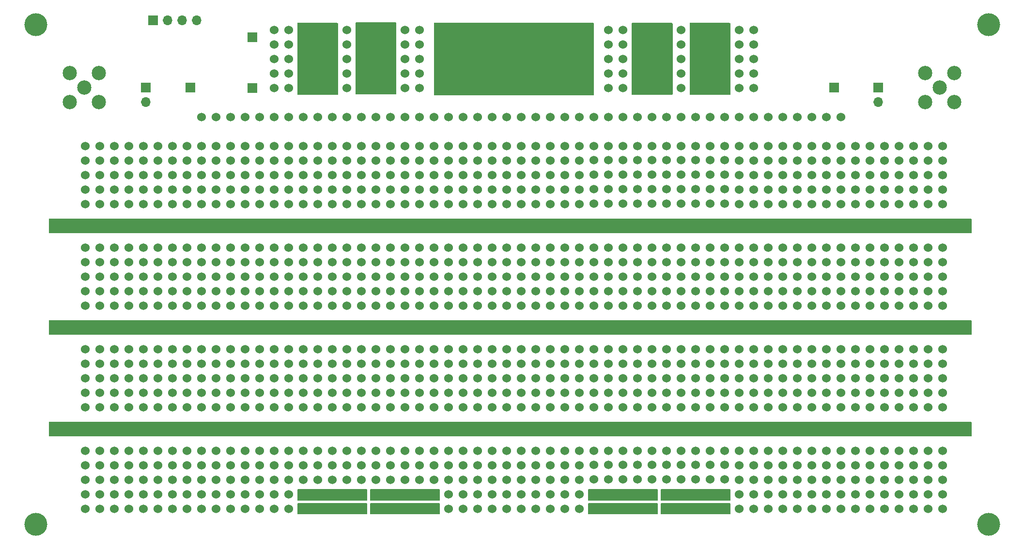
<source format=gbr>
%TF.GenerationSoftware,KiCad,Pcbnew,6.0.11-2627ca5db0~126~ubuntu22.04.1*%
%TF.CreationDate,2023-03-26T13:10:57+01:00*%
%TF.ProjectId,PROTO2_PCB,50524f54-4f32-45f5-9043-422e6b696361,rev?*%
%TF.SameCoordinates,Original*%
%TF.FileFunction,Soldermask,Top*%
%TF.FilePolarity,Negative*%
%FSLAX46Y46*%
G04 Gerber Fmt 4.6, Leading zero omitted, Abs format (unit mm)*
G04 Created by KiCad (PCBNEW 6.0.11-2627ca5db0~126~ubuntu22.04.1) date 2023-03-26 13:10:57*
%MOMM*%
%LPD*%
G01*
G04 APERTURE LIST*
%ADD10C,0.150000*%
%ADD11C,1.524000*%
%ADD12C,4.000000*%
%ADD13R,1.700000X1.700000*%
%ADD14O,1.700000X1.700000*%
%ADD15C,2.500000*%
G04 APERTURE END LIST*
D10*
G36*
X133000000Y-140700000D02*
G01*
X121000000Y-140700000D01*
X121000000Y-138900000D01*
X133000000Y-138900000D01*
X133000000Y-140700000D01*
G37*
X133000000Y-140700000D02*
X121000000Y-140700000D01*
X121000000Y-138900000D01*
X133000000Y-138900000D01*
X133000000Y-140700000D01*
G36*
X183800000Y-140700000D02*
G01*
X171800000Y-140700000D01*
X171800000Y-138900000D01*
X183800000Y-138900000D01*
X183800000Y-140700000D01*
G37*
X183800000Y-140700000D02*
X171800000Y-140700000D01*
X171800000Y-138900000D01*
X183800000Y-138900000D01*
X183800000Y-140700000D01*
G36*
X120300000Y-143100000D02*
G01*
X108300000Y-143100000D01*
X108300000Y-141300000D01*
X120300000Y-141300000D01*
X120300000Y-143100000D01*
G37*
X120300000Y-143100000D02*
X108300000Y-143100000D01*
X108300000Y-141300000D01*
X120300000Y-141300000D01*
X120300000Y-143100000D01*
G36*
X120300000Y-140700000D02*
G01*
X108300000Y-140700000D01*
X108300000Y-138900000D01*
X120300000Y-138900000D01*
X120300000Y-140700000D01*
G37*
X120300000Y-140700000D02*
X108300000Y-140700000D01*
X108300000Y-138900000D01*
X120300000Y-138900000D01*
X120300000Y-140700000D01*
G36*
X183800000Y-143100000D02*
G01*
X171800000Y-143100000D01*
X171800000Y-141300000D01*
X183800000Y-141300000D01*
X183800000Y-143100000D01*
G37*
X183800000Y-143100000D02*
X171800000Y-143100000D01*
X171800000Y-141300000D01*
X183800000Y-141300000D01*
X183800000Y-143100000D01*
G36*
X133000000Y-143100000D02*
G01*
X121000000Y-143100000D01*
X121000000Y-141300000D01*
X133000000Y-141300000D01*
X133000000Y-143100000D01*
G37*
X133000000Y-143100000D02*
X121000000Y-143100000D01*
X121000000Y-141300000D01*
X133000000Y-141300000D01*
X133000000Y-143100000D01*
G36*
X171100000Y-140700000D02*
G01*
X159100000Y-140700000D01*
X159100000Y-138900000D01*
X171100000Y-138900000D01*
X171100000Y-140700000D01*
G37*
X171100000Y-140700000D02*
X159100000Y-140700000D01*
X159100000Y-138900000D01*
X171100000Y-138900000D01*
X171100000Y-140700000D01*
G36*
X171100000Y-143100000D02*
G01*
X159100000Y-143100000D01*
X159100000Y-141300000D01*
X171100000Y-141300000D01*
X171100000Y-143100000D01*
G37*
X171100000Y-143100000D02*
X159100000Y-143100000D01*
X159100000Y-141300000D01*
X171100000Y-141300000D01*
X171100000Y-143100000D01*
D11*
%TO.C,REF\u002A\u002A*%
X165100000Y-58420000D03*
X165100000Y-60960000D03*
X165100000Y-63500000D03*
X165100000Y-66040000D03*
X165100000Y-68580000D03*
%TD*%
%TO.C,REF\u002A\u002A*%
X124460000Y-96520000D03*
X124460000Y-99060000D03*
X124460000Y-101600000D03*
X124460000Y-104140000D03*
X124460000Y-106680000D03*
%TD*%
D12*
%TO.C,H3*%
X62500000Y-145000000D03*
%TD*%
D11*
%TO.C,REF\u002A\u002A*%
X96520000Y-81280000D03*
X99060000Y-81280000D03*
X101600000Y-81280000D03*
X104140000Y-81280000D03*
X106680000Y-81280000D03*
%TD*%
%TO.C,REF\u002A\u002A*%
X147320000Y-137160000D03*
X149860000Y-137160000D03*
X152400000Y-137160000D03*
X154940000Y-137160000D03*
X157480000Y-137160000D03*
%TD*%
D13*
%TO.C,J7*%
X100330000Y-59690000D03*
%TD*%
D11*
%TO.C,REF\u002A\u002A*%
X71120000Y-83820000D03*
X73660000Y-83820000D03*
X76200000Y-83820000D03*
X78740000Y-83820000D03*
X81280000Y-83820000D03*
%TD*%
%TO.C,REF\u002A\u002A*%
X134620000Y-83820000D03*
X137160000Y-83820000D03*
X139700000Y-83820000D03*
X142240000Y-83820000D03*
X144780000Y-83820000D03*
%TD*%
%TO.C,REF\u002A\u002A*%
X210820000Y-81280000D03*
X213360000Y-81280000D03*
X215900000Y-81280000D03*
X218440000Y-81280000D03*
X220980000Y-81280000D03*
%TD*%
%TO.C,REF\u002A\u002A*%
X71120000Y-142240000D03*
X73660000Y-142240000D03*
X76200000Y-142240000D03*
X78740000Y-142240000D03*
X81280000Y-142240000D03*
%TD*%
%TO.C,REF\u002A\u002A*%
X121920000Y-134620000D03*
X124460000Y-134620000D03*
X127000000Y-134620000D03*
X129540000Y-134620000D03*
X132080000Y-134620000D03*
%TD*%
%TO.C,REF\u002A\u002A*%
X210820000Y-134620000D03*
X213360000Y-134620000D03*
X215900000Y-134620000D03*
X218440000Y-134620000D03*
X220980000Y-134620000D03*
%TD*%
%TO.C,REF\u002A\u002A*%
X185420000Y-58420000D03*
X185420000Y-60960000D03*
X185420000Y-63500000D03*
X185420000Y-66040000D03*
X185420000Y-68580000D03*
%TD*%
%TO.C,REF\u002A\u002A*%
X147320000Y-86360000D03*
X149860000Y-86360000D03*
X152400000Y-86360000D03*
X154940000Y-86360000D03*
X157480000Y-86360000D03*
%TD*%
%TO.C,REF\u002A\u002A*%
X83820000Y-83820000D03*
X86360000Y-83820000D03*
X88900000Y-83820000D03*
X91440000Y-83820000D03*
X93980000Y-83820000D03*
%TD*%
%TO.C,REF\u002A\u002A*%
X78740000Y-96520000D03*
X78740000Y-99060000D03*
X78740000Y-101600000D03*
X78740000Y-104140000D03*
X78740000Y-106680000D03*
%TD*%
%TO.C,REF\u002A\u002A*%
X175260000Y-96520000D03*
X175260000Y-99060000D03*
X175260000Y-101600000D03*
X175260000Y-104140000D03*
X175260000Y-106680000D03*
%TD*%
%TO.C,REF\u002A\u002A*%
X71120000Y-86360000D03*
X73660000Y-86360000D03*
X76200000Y-86360000D03*
X78740000Y-86360000D03*
X81280000Y-86360000D03*
%TD*%
%TO.C,REF\u002A\u002A*%
X182880000Y-96520000D03*
X182880000Y-99060000D03*
X182880000Y-101600000D03*
X182880000Y-104140000D03*
X182880000Y-106680000D03*
%TD*%
%TO.C,REF\u002A\u002A*%
X91440000Y-114300000D03*
X91440000Y-116840000D03*
X91440000Y-119380000D03*
X91440000Y-121920000D03*
X91440000Y-124460000D03*
%TD*%
%TO.C,REF\u002A\u002A*%
X71120000Y-134620000D03*
X73660000Y-134620000D03*
X76200000Y-134620000D03*
X78740000Y-134620000D03*
X81280000Y-134620000D03*
%TD*%
%TO.C,REF\u002A\u002A*%
X86360000Y-96520000D03*
X86360000Y-99060000D03*
X86360000Y-101600000D03*
X86360000Y-104140000D03*
X86360000Y-106680000D03*
%TD*%
%TO.C,REF\u002A\u002A*%
X127000000Y-114300000D03*
X127000000Y-116840000D03*
X127000000Y-119380000D03*
X127000000Y-121920000D03*
X127000000Y-124460000D03*
%TD*%
%TO.C,REF\u002A\u002A*%
X162560000Y-96520000D03*
X162560000Y-99060000D03*
X162560000Y-101600000D03*
X162560000Y-104140000D03*
X162560000Y-106680000D03*
%TD*%
%TO.C,REF\u002A\u002A*%
X134620000Y-142240000D03*
X137160000Y-142240000D03*
X139700000Y-142240000D03*
X142240000Y-142240000D03*
X144780000Y-142240000D03*
%TD*%
%TO.C,REF\u002A\u002A*%
X83820000Y-137160000D03*
X86360000Y-137160000D03*
X88900000Y-137160000D03*
X91440000Y-137160000D03*
X93980000Y-137160000D03*
%TD*%
%TO.C,REF\u002A\u002A*%
X76200000Y-96520000D03*
X76200000Y-99060000D03*
X76200000Y-101600000D03*
X76200000Y-104140000D03*
X76200000Y-106680000D03*
%TD*%
%TO.C,REF\u002A\u002A*%
X137160000Y-96520000D03*
X137160000Y-99060000D03*
X137160000Y-101600000D03*
X137160000Y-104140000D03*
X137160000Y-106680000D03*
%TD*%
%TO.C,REF\u002A\u002A*%
X147320000Y-132130000D03*
X149860000Y-132130000D03*
X152400000Y-132130000D03*
X154940000Y-132130000D03*
X157480000Y-132130000D03*
%TD*%
%TO.C,REF\u002A\u002A*%
X195580000Y-96520000D03*
X195580000Y-99060000D03*
X195580000Y-101600000D03*
X195580000Y-104140000D03*
X195580000Y-106680000D03*
%TD*%
%TO.C,REF\u002A\u002A*%
X172720000Y-134570000D03*
X175260000Y-134570000D03*
X177800000Y-134570000D03*
X180340000Y-134570000D03*
X182880000Y-134570000D03*
%TD*%
%TO.C,REF\u002A\u002A*%
X167640000Y-114300000D03*
X167640000Y-116840000D03*
X167640000Y-119380000D03*
X167640000Y-121920000D03*
X167640000Y-124460000D03*
%TD*%
%TO.C,REF\u002A\u002A*%
X134620000Y-137160000D03*
X137160000Y-137160000D03*
X139700000Y-137160000D03*
X142240000Y-137160000D03*
X144780000Y-137160000D03*
%TD*%
%TO.C,REF\u002A\u002A*%
X185420000Y-88900000D03*
X187960000Y-88900000D03*
X190500000Y-88900000D03*
X193040000Y-88900000D03*
X195580000Y-88900000D03*
%TD*%
%TO.C,REF\u002A\u002A*%
X99060000Y-96520000D03*
X99060000Y-99060000D03*
X99060000Y-101600000D03*
X99060000Y-104140000D03*
X99060000Y-106680000D03*
%TD*%
%TO.C,REF\u002A\u002A*%
X134620000Y-96520000D03*
X134620000Y-99060000D03*
X134620000Y-101600000D03*
X134620000Y-104140000D03*
X134620000Y-106680000D03*
%TD*%
%TO.C,REF\u002A\u002A*%
X185420000Y-83820000D03*
X187960000Y-83820000D03*
X190500000Y-83820000D03*
X193040000Y-83820000D03*
X195580000Y-83820000D03*
%TD*%
%TO.C,REF\u002A\u002A*%
X86360000Y-114300000D03*
X86360000Y-116840000D03*
X86360000Y-119380000D03*
X86360000Y-121920000D03*
X86360000Y-124460000D03*
%TD*%
%TO.C,REF\u002A\u002A*%
X157480000Y-114300000D03*
X157480000Y-116840000D03*
X157480000Y-119380000D03*
X157480000Y-121920000D03*
X157480000Y-124460000D03*
%TD*%
D13*
%TO.C,J2*%
X81750000Y-68500000D03*
D14*
X81750000Y-71040000D03*
%TD*%
D13*
%TO.C,J6*%
X100330000Y-68580000D03*
%TD*%
D11*
%TO.C,REF\u002A\u002A*%
X101600000Y-96520000D03*
X101600000Y-99060000D03*
X101600000Y-101600000D03*
X101600000Y-104140000D03*
X101600000Y-106680000D03*
%TD*%
%TO.C,REF\u002A\u002A*%
X215900000Y-114300000D03*
X215900000Y-116840000D03*
X215900000Y-119380000D03*
X215900000Y-121920000D03*
X215900000Y-124460000D03*
%TD*%
%TO.C,REF\u002A\u002A*%
X71120000Y-114300000D03*
X71120000Y-116840000D03*
X71120000Y-119380000D03*
X71120000Y-121920000D03*
X71120000Y-124460000D03*
%TD*%
%TO.C,REF\u002A\u002A*%
X198120000Y-132130000D03*
X200660000Y-132130000D03*
X203200000Y-132130000D03*
X205740000Y-132130000D03*
X208280000Y-132130000D03*
%TD*%
D15*
%TO.C,SM2*%
X220500000Y-68510000D03*
X217960000Y-71050000D03*
X223040000Y-65970000D03*
X217960000Y-65970000D03*
X223040000Y-71050000D03*
%TD*%
D11*
%TO.C,REF\u002A\u002A*%
X127000000Y-96520000D03*
X127000000Y-99060000D03*
X127000000Y-101600000D03*
X127000000Y-104140000D03*
X127000000Y-106680000D03*
%TD*%
%TO.C,REF\u002A\u002A*%
X109220000Y-114300000D03*
X109220000Y-116840000D03*
X109220000Y-119380000D03*
X109220000Y-121920000D03*
X109220000Y-124460000D03*
%TD*%
%TO.C,REF\u002A\u002A*%
X71120000Y-81280000D03*
X73660000Y-81280000D03*
X76200000Y-81280000D03*
X78740000Y-81280000D03*
X81280000Y-81280000D03*
%TD*%
%TO.C,REF\u002A\u002A*%
X134620000Y-78790000D03*
X137160000Y-78790000D03*
X139700000Y-78790000D03*
X142240000Y-78790000D03*
X144780000Y-78790000D03*
%TD*%
%TO.C,REF\u002A\u002A*%
X193040000Y-73660000D03*
X195580000Y-73660000D03*
X198120000Y-73660000D03*
X200660000Y-73660000D03*
X203200000Y-73660000D03*
%TD*%
%TO.C,REF\u002A\u002A*%
X129540000Y-58420000D03*
X129540000Y-60960000D03*
X129540000Y-63500000D03*
X129540000Y-66040000D03*
X129540000Y-68580000D03*
%TD*%
D13*
%TO.C,J1*%
X89500000Y-68500000D03*
%TD*%
D11*
%TO.C,REF\u002A\u002A*%
X147320000Y-114300000D03*
X147320000Y-116840000D03*
X147320000Y-119380000D03*
X147320000Y-121920000D03*
X147320000Y-124460000D03*
%TD*%
%TO.C,REF\u002A\u002A*%
X93980000Y-114300000D03*
X93980000Y-116840000D03*
X93980000Y-119380000D03*
X93980000Y-121920000D03*
X93980000Y-124460000D03*
%TD*%
%TO.C,REF\u002A\u002A*%
X213360000Y-96520000D03*
X213360000Y-99060000D03*
X213360000Y-101600000D03*
X213360000Y-104140000D03*
X213360000Y-106680000D03*
%TD*%
%TO.C,REF\u002A\u002A*%
X147320000Y-142240000D03*
X149860000Y-142240000D03*
X152400000Y-142240000D03*
X154940000Y-142240000D03*
X157480000Y-142240000D03*
%TD*%
%TO.C,REF\u002A\u002A*%
X147320000Y-78790000D03*
X149860000Y-78790000D03*
X152400000Y-78790000D03*
X154940000Y-78790000D03*
X157480000Y-78790000D03*
%TD*%
%TO.C,REF\u002A\u002A*%
X160020000Y-83770000D03*
X162560000Y-83770000D03*
X165100000Y-83770000D03*
X167640000Y-83770000D03*
X170180000Y-83770000D03*
%TD*%
%TO.C,REF\u002A\u002A*%
X134620000Y-88900000D03*
X137160000Y-88900000D03*
X139700000Y-88900000D03*
X142240000Y-88900000D03*
X144780000Y-88900000D03*
%TD*%
%TO.C,REF\u002A\u002A*%
X172720000Y-114300000D03*
X172720000Y-116840000D03*
X172720000Y-119380000D03*
X172720000Y-121920000D03*
X172720000Y-124460000D03*
%TD*%
%TO.C,REF\u002A\u002A*%
X172720000Y-96520000D03*
X172720000Y-99060000D03*
X172720000Y-101600000D03*
X172720000Y-104140000D03*
X172720000Y-106680000D03*
%TD*%
%TO.C,REF\u002A\u002A*%
X160020000Y-134570000D03*
X162560000Y-134570000D03*
X165100000Y-134570000D03*
X167640000Y-134570000D03*
X170180000Y-134570000D03*
%TD*%
%TO.C,REF\u002A\u002A*%
X76200000Y-114300000D03*
X76200000Y-116840000D03*
X76200000Y-119380000D03*
X76200000Y-121920000D03*
X76200000Y-124460000D03*
%TD*%
%TO.C,REF\u002A\u002A*%
X218440000Y-96520000D03*
X218440000Y-99060000D03*
X218440000Y-101600000D03*
X218440000Y-104140000D03*
X218440000Y-106680000D03*
%TD*%
%TO.C,REF\u002A\u002A*%
X83820000Y-134620000D03*
X86360000Y-134620000D03*
X88900000Y-134620000D03*
X91440000Y-134620000D03*
X93980000Y-134620000D03*
%TD*%
%TO.C,REF\u002A\u002A*%
X200660000Y-96520000D03*
X200660000Y-99060000D03*
X200660000Y-101600000D03*
X200660000Y-104140000D03*
X200660000Y-106680000D03*
%TD*%
%TO.C,REF\u002A\u002A*%
X127000000Y-58420000D03*
X127000000Y-60960000D03*
X127000000Y-63500000D03*
X127000000Y-66040000D03*
X127000000Y-68580000D03*
%TD*%
%TO.C,REF\u002A\u002A*%
X185420000Y-86360000D03*
X187960000Y-86360000D03*
X190500000Y-86360000D03*
X193040000Y-86360000D03*
X195580000Y-86360000D03*
%TD*%
%TO.C,REF\u002A\u002A*%
X165100000Y-96520000D03*
X165100000Y-99060000D03*
X165100000Y-101600000D03*
X165100000Y-104140000D03*
X165100000Y-106680000D03*
%TD*%
%TO.C,REF\u002A\u002A*%
X109220000Y-86360000D03*
X111760000Y-86360000D03*
X114300000Y-86360000D03*
X116840000Y-86360000D03*
X119380000Y-86360000D03*
%TD*%
%TO.C,REF\u002A\u002A*%
X205740000Y-96520000D03*
X205740000Y-99060000D03*
X205740000Y-101600000D03*
X205740000Y-104140000D03*
X205740000Y-106680000D03*
%TD*%
%TO.C,REF\u002A\u002A*%
X83820000Y-86360000D03*
X86360000Y-86360000D03*
X88900000Y-86360000D03*
X91440000Y-86360000D03*
X93980000Y-86360000D03*
%TD*%
%TO.C,REF\u002A\u002A*%
X160020000Y-86310000D03*
X162560000Y-86310000D03*
X165100000Y-86310000D03*
X167640000Y-86310000D03*
X170180000Y-86310000D03*
%TD*%
%TO.C,REF\u002A\u002A*%
X203200000Y-114300000D03*
X203200000Y-116840000D03*
X203200000Y-119380000D03*
X203200000Y-121920000D03*
X203200000Y-124460000D03*
%TD*%
%TO.C,REF\u002A\u002A*%
X147320000Y-139700000D03*
X149860000Y-139700000D03*
X152400000Y-139700000D03*
X154940000Y-139700000D03*
X157480000Y-139700000D03*
%TD*%
%TO.C,REF\u002A\u002A*%
X154940000Y-96520000D03*
X154940000Y-99060000D03*
X154940000Y-101600000D03*
X154940000Y-104140000D03*
X154940000Y-106680000D03*
%TD*%
%TO.C,REF\u002A\u002A*%
X116840000Y-73710000D03*
X119380000Y-73710000D03*
X121920000Y-73710000D03*
X124460000Y-73710000D03*
X127000000Y-73710000D03*
%TD*%
%TO.C,REF\u002A\u002A*%
X96520000Y-114300000D03*
X96520000Y-116840000D03*
X96520000Y-119380000D03*
X96520000Y-121920000D03*
X96520000Y-124460000D03*
%TD*%
D12*
%TO.C,H4*%
X229000000Y-145000000D03*
%TD*%
D11*
%TO.C,REF\u002A\u002A*%
X147320000Y-134620000D03*
X149860000Y-134620000D03*
X152400000Y-134620000D03*
X154940000Y-134620000D03*
X157480000Y-134620000D03*
%TD*%
%TO.C,REF\u002A\u002A*%
X124460000Y-114300000D03*
X124460000Y-116840000D03*
X124460000Y-119380000D03*
X124460000Y-121920000D03*
X124460000Y-124460000D03*
%TD*%
%TO.C,REF\u002A\u002A*%
X116840000Y-96520000D03*
X116840000Y-99060000D03*
X116840000Y-101600000D03*
X116840000Y-104140000D03*
X116840000Y-106680000D03*
%TD*%
%TO.C,REF\u002A\u002A*%
X114300000Y-96520000D03*
X114300000Y-99060000D03*
X114300000Y-101600000D03*
X114300000Y-104140000D03*
X114300000Y-106680000D03*
%TD*%
%TO.C,REF\u002A\u002A*%
X134620000Y-86360000D03*
X137160000Y-86360000D03*
X139700000Y-86360000D03*
X142240000Y-86360000D03*
X144780000Y-86360000D03*
%TD*%
%TO.C,REF\u002A\u002A*%
X71120000Y-132130000D03*
X73660000Y-132130000D03*
X76200000Y-132130000D03*
X78740000Y-132130000D03*
X81280000Y-132130000D03*
%TD*%
%TO.C,REF\u002A\u002A*%
X109220000Y-81280000D03*
X111760000Y-81280000D03*
X114300000Y-81280000D03*
X116840000Y-81280000D03*
X119380000Y-81280000D03*
%TD*%
%TO.C,REF\u002A\u002A*%
X132080000Y-96520000D03*
X132080000Y-99060000D03*
X132080000Y-101600000D03*
X132080000Y-104140000D03*
X132080000Y-106680000D03*
%TD*%
%TO.C,REF\u002A\u002A*%
X208280000Y-114300000D03*
X208280000Y-116840000D03*
X208280000Y-119380000D03*
X208280000Y-121920000D03*
X208280000Y-124460000D03*
%TD*%
%TO.C,REF\u002A\u002A*%
X129540000Y-114300000D03*
X129540000Y-116840000D03*
X129540000Y-119380000D03*
X129540000Y-121920000D03*
X129540000Y-124460000D03*
%TD*%
%TO.C,REF\u002A\u002A*%
X119380000Y-114300000D03*
X119380000Y-116840000D03*
X119380000Y-119380000D03*
X119380000Y-121920000D03*
X119380000Y-124460000D03*
%TD*%
%TO.C,REF\u002A\u002A*%
X144780000Y-96520000D03*
X144780000Y-99060000D03*
X144780000Y-101600000D03*
X144780000Y-104140000D03*
X144780000Y-106680000D03*
%TD*%
%TO.C,REF\u002A\u002A*%
X220980000Y-114300000D03*
X220980000Y-116840000D03*
X220980000Y-119380000D03*
X220980000Y-121920000D03*
X220980000Y-124460000D03*
%TD*%
%TO.C,REF\u002A\u002A*%
X218440000Y-114300000D03*
X218440000Y-116840000D03*
X218440000Y-119380000D03*
X218440000Y-121920000D03*
X218440000Y-124460000D03*
%TD*%
D15*
%TO.C,SM1*%
X71000000Y-68510000D03*
X68460000Y-65970000D03*
X68460000Y-71050000D03*
X73540000Y-65970000D03*
X73540000Y-71050000D03*
%TD*%
D11*
%TO.C,REF\u002A\u002A*%
X88900000Y-96520000D03*
X88900000Y-99060000D03*
X88900000Y-101600000D03*
X88900000Y-104140000D03*
X88900000Y-106680000D03*
%TD*%
%TO.C,REF\u002A\u002A*%
X104140000Y-73710000D03*
X106680000Y-73710000D03*
X109220000Y-73710000D03*
X111760000Y-73710000D03*
X114300000Y-73710000D03*
%TD*%
%TO.C,REF\u002A\u002A*%
X121920000Y-137160000D03*
X124460000Y-137160000D03*
X127000000Y-137160000D03*
X129540000Y-137160000D03*
X132080000Y-137160000D03*
%TD*%
%TO.C,REF\u002A\u002A*%
X160020000Y-137110000D03*
X162560000Y-137110000D03*
X165100000Y-137110000D03*
X167640000Y-137110000D03*
X170180000Y-137110000D03*
%TD*%
%TO.C,REF\u002A\u002A*%
X106680000Y-96520000D03*
X106680000Y-99060000D03*
X106680000Y-101600000D03*
X106680000Y-104140000D03*
X106680000Y-106680000D03*
%TD*%
%TO.C,REF\u002A\u002A*%
X177800000Y-114300000D03*
X177800000Y-116840000D03*
X177800000Y-119380000D03*
X177800000Y-121920000D03*
X177800000Y-124460000D03*
%TD*%
%TO.C,REF\u002A\u002A*%
X81280000Y-114300000D03*
X81280000Y-116840000D03*
X81280000Y-119380000D03*
X81280000Y-121920000D03*
X81280000Y-124460000D03*
%TD*%
%TO.C,REF\u002A\u002A*%
X185420000Y-81280000D03*
X187960000Y-81280000D03*
X190500000Y-81280000D03*
X193040000Y-81280000D03*
X195580000Y-81280000D03*
%TD*%
%TO.C,REF\u002A\u002A*%
X210820000Y-88900000D03*
X213360000Y-88900000D03*
X215900000Y-88900000D03*
X218440000Y-88900000D03*
X220980000Y-88900000D03*
%TD*%
%TO.C,REF\u002A\u002A*%
X104140000Y-96520000D03*
X104140000Y-99060000D03*
X104140000Y-101600000D03*
X104140000Y-104140000D03*
X104140000Y-106680000D03*
%TD*%
%TO.C,REF\u002A\u002A*%
X185420000Y-78790000D03*
X187960000Y-78790000D03*
X190500000Y-78790000D03*
X193040000Y-78790000D03*
X195580000Y-78790000D03*
%TD*%
%TO.C,REF\u002A\u002A*%
X104140000Y-114300000D03*
X104140000Y-116840000D03*
X104140000Y-119380000D03*
X104140000Y-121920000D03*
X104140000Y-124460000D03*
%TD*%
%TO.C,REF\u002A\u002A*%
X162560000Y-58420000D03*
X162560000Y-60960000D03*
X162560000Y-63500000D03*
X162560000Y-66040000D03*
X162560000Y-68580000D03*
%TD*%
%TO.C,REF\u002A\u002A*%
X91440000Y-73710000D03*
X93980000Y-73710000D03*
X96520000Y-73710000D03*
X99060000Y-73710000D03*
X101600000Y-73710000D03*
%TD*%
D12*
%TO.C,H2*%
X229000000Y-57500000D03*
%TD*%
D11*
%TO.C,REF\u002A\u002A*%
X83820000Y-142240000D03*
X86360000Y-142240000D03*
X88900000Y-142240000D03*
X91440000Y-142240000D03*
X93980000Y-142240000D03*
%TD*%
%TO.C,REF\u002A\u002A*%
X134620000Y-114300000D03*
X134620000Y-116840000D03*
X134620000Y-119380000D03*
X134620000Y-121920000D03*
X134620000Y-124460000D03*
%TD*%
%TO.C,REF\u002A\u002A*%
X109220000Y-96520000D03*
X109220000Y-99060000D03*
X109220000Y-101600000D03*
X109220000Y-104140000D03*
X109220000Y-106680000D03*
%TD*%
%TO.C,REF\u002A\u002A*%
X177800000Y-96520000D03*
X177800000Y-99060000D03*
X177800000Y-101600000D03*
X177800000Y-104140000D03*
X177800000Y-106680000D03*
%TD*%
%TO.C,REF\u002A\u002A*%
X121920000Y-88900000D03*
X124460000Y-88900000D03*
X127000000Y-88900000D03*
X129540000Y-88900000D03*
X132080000Y-88900000D03*
%TD*%
%TO.C,REF\u002A\u002A*%
X160020000Y-132080000D03*
X162560000Y-132080000D03*
X165100000Y-132080000D03*
X167640000Y-132080000D03*
X170180000Y-132080000D03*
%TD*%
%TO.C,REF\u002A\u002A*%
X134620000Y-139700000D03*
X137160000Y-139700000D03*
X139700000Y-139700000D03*
X142240000Y-139700000D03*
X144780000Y-139700000D03*
%TD*%
%TO.C,REF\u002A\u002A*%
X96520000Y-83820000D03*
X99060000Y-83820000D03*
X101600000Y-83820000D03*
X104140000Y-83820000D03*
X106680000Y-83820000D03*
%TD*%
%TO.C,REF\u002A\u002A*%
X195580000Y-114300000D03*
X195580000Y-116840000D03*
X195580000Y-119380000D03*
X195580000Y-121920000D03*
X195580000Y-124460000D03*
%TD*%
%TO.C,REF\u002A\u002A*%
X147320000Y-81280000D03*
X149860000Y-81280000D03*
X152400000Y-81280000D03*
X154940000Y-81280000D03*
X157480000Y-81280000D03*
%TD*%
%TO.C,REF\u002A\u002A*%
X149860000Y-114300000D03*
X149860000Y-116840000D03*
X149860000Y-119380000D03*
X149860000Y-121920000D03*
X149860000Y-124460000D03*
%TD*%
%TO.C,REF\u002A\u002A*%
X210820000Y-83820000D03*
X213360000Y-83820000D03*
X215900000Y-83820000D03*
X218440000Y-83820000D03*
X220980000Y-83820000D03*
%TD*%
%TO.C,REF\u002A\u002A*%
X185420000Y-134620000D03*
X187960000Y-134620000D03*
X190500000Y-134620000D03*
X193040000Y-134620000D03*
X195580000Y-134620000D03*
%TD*%
%TO.C,REF\u002A\u002A*%
X111760000Y-96520000D03*
X111760000Y-99060000D03*
X111760000Y-101600000D03*
X111760000Y-104140000D03*
X111760000Y-106680000D03*
%TD*%
%TO.C,REF\u002A\u002A*%
X142240000Y-73710000D03*
X144780000Y-73710000D03*
X147320000Y-73710000D03*
X149860000Y-73710000D03*
X152400000Y-73710000D03*
%TD*%
%TO.C,REF\u002A\u002A*%
X96520000Y-137160000D03*
X99060000Y-137160000D03*
X101600000Y-137160000D03*
X104140000Y-137160000D03*
X106680000Y-137160000D03*
%TD*%
%TO.C,REF\u002A\u002A*%
X185420000Y-132130000D03*
X187960000Y-132130000D03*
X190500000Y-132130000D03*
X193040000Y-132130000D03*
X195580000Y-132130000D03*
%TD*%
%TO.C,REF\u002A\u002A*%
X205740000Y-114300000D03*
X205740000Y-116840000D03*
X205740000Y-119380000D03*
X205740000Y-121920000D03*
X205740000Y-124460000D03*
%TD*%
%TO.C,REF\u002A\u002A*%
X167640000Y-73710000D03*
X170180000Y-73710000D03*
X172720000Y-73710000D03*
X175260000Y-73710000D03*
X177800000Y-73710000D03*
%TD*%
%TO.C,REF\u002A\u002A*%
X137160000Y-114300000D03*
X137160000Y-116840000D03*
X137160000Y-119380000D03*
X137160000Y-121920000D03*
X137160000Y-124460000D03*
%TD*%
%TO.C,REF\u002A\u002A*%
X119380000Y-96520000D03*
X119380000Y-99060000D03*
X119380000Y-101600000D03*
X119380000Y-104140000D03*
X119380000Y-106680000D03*
%TD*%
%TO.C,REF\u002A\u002A*%
X182880000Y-114300000D03*
X182880000Y-116840000D03*
X182880000Y-119380000D03*
X182880000Y-121920000D03*
X182880000Y-124460000D03*
%TD*%
%TO.C,REF\u002A\u002A*%
X198120000Y-88900000D03*
X200660000Y-88900000D03*
X203200000Y-88900000D03*
X205740000Y-88900000D03*
X208280000Y-88900000D03*
%TD*%
%TO.C,REF\u002A\u002A*%
X83820000Y-139700000D03*
X86360000Y-139700000D03*
X88900000Y-139700000D03*
X91440000Y-139700000D03*
X93980000Y-139700000D03*
%TD*%
%TO.C,REF\u002A\u002A*%
X198120000Y-134620000D03*
X200660000Y-134620000D03*
X203200000Y-134620000D03*
X205740000Y-134620000D03*
X208280000Y-134620000D03*
%TD*%
%TO.C,REF\u002A\u002A*%
X73660000Y-96520000D03*
X73660000Y-99060000D03*
X73660000Y-101600000D03*
X73660000Y-104140000D03*
X73660000Y-106680000D03*
%TD*%
%TO.C,REF\u002A\u002A*%
X152400000Y-96520000D03*
X152400000Y-99060000D03*
X152400000Y-101600000D03*
X152400000Y-104140000D03*
X152400000Y-106680000D03*
%TD*%
%TO.C,REF\u002A\u002A*%
X200660000Y-114300000D03*
X200660000Y-116840000D03*
X200660000Y-119380000D03*
X200660000Y-121920000D03*
X200660000Y-124460000D03*
%TD*%
%TO.C,REF\u002A\u002A*%
X73660000Y-114300000D03*
X73660000Y-116840000D03*
X73660000Y-119380000D03*
X73660000Y-121920000D03*
X73660000Y-124460000D03*
%TD*%
%TO.C,REF\u002A\u002A*%
X109220000Y-83820000D03*
X111760000Y-83820000D03*
X114300000Y-83820000D03*
X116840000Y-83820000D03*
X119380000Y-83820000D03*
%TD*%
%TO.C,REF\u002A\u002A*%
X109220000Y-132130000D03*
X111760000Y-132130000D03*
X114300000Y-132130000D03*
X116840000Y-132130000D03*
X119380000Y-132130000D03*
%TD*%
%TO.C,REF\u002A\u002A*%
X144780000Y-114300000D03*
X144780000Y-116840000D03*
X144780000Y-119380000D03*
X144780000Y-121920000D03*
X144780000Y-124460000D03*
%TD*%
%TO.C,REF\u002A\u002A*%
X210820000Y-139700000D03*
X213360000Y-139700000D03*
X215900000Y-139700000D03*
X218440000Y-139700000D03*
X220980000Y-139700000D03*
%TD*%
%TO.C,REF\u002A\u002A*%
X121920000Y-78790000D03*
X124460000Y-78790000D03*
X127000000Y-78790000D03*
X129540000Y-78790000D03*
X132080000Y-78790000D03*
%TD*%
%TO.C,REF\u002A\u002A*%
X152400000Y-114300000D03*
X152400000Y-116840000D03*
X152400000Y-119380000D03*
X152400000Y-121920000D03*
X152400000Y-124460000D03*
%TD*%
%TO.C,REF\u002A\u002A*%
X210820000Y-137160000D03*
X213360000Y-137160000D03*
X215900000Y-137160000D03*
X218440000Y-137160000D03*
X220980000Y-137160000D03*
%TD*%
%TO.C,REF\u002A\u002A*%
X101600000Y-114300000D03*
X101600000Y-116840000D03*
X101600000Y-119380000D03*
X101600000Y-121920000D03*
X101600000Y-124460000D03*
%TD*%
%TO.C,REF\u002A\u002A*%
X106680000Y-114300000D03*
X106680000Y-116840000D03*
X106680000Y-119380000D03*
X106680000Y-121920000D03*
X106680000Y-124460000D03*
%TD*%
%TO.C,REF\u002A\u002A*%
X121920000Y-81280000D03*
X124460000Y-81280000D03*
X127000000Y-81280000D03*
X129540000Y-81280000D03*
X132080000Y-81280000D03*
%TD*%
%TO.C,REF\u002A\u002A*%
X71120000Y-96520000D03*
X71120000Y-99060000D03*
X71120000Y-101600000D03*
X71120000Y-104140000D03*
X71120000Y-106680000D03*
%TD*%
%TO.C,REF\u002A\u002A*%
X142240000Y-114300000D03*
X142240000Y-116840000D03*
X142240000Y-119380000D03*
X142240000Y-121920000D03*
X142240000Y-124460000D03*
%TD*%
%TO.C,REF\u002A\u002A*%
X121920000Y-83820000D03*
X124460000Y-83820000D03*
X127000000Y-83820000D03*
X129540000Y-83820000D03*
X132080000Y-83820000D03*
%TD*%
%TO.C,REF\u002A\u002A*%
X109220000Y-137160000D03*
X111760000Y-137160000D03*
X114300000Y-137160000D03*
X116840000Y-137160000D03*
X119380000Y-137160000D03*
%TD*%
%TO.C,REF\u002A\u002A*%
X116840000Y-114300000D03*
X116840000Y-116840000D03*
X116840000Y-119380000D03*
X116840000Y-121920000D03*
X116840000Y-124460000D03*
%TD*%
%TO.C,REF\u002A\u002A*%
X71120000Y-137160000D03*
X73660000Y-137160000D03*
X76200000Y-137160000D03*
X78740000Y-137160000D03*
X81280000Y-137160000D03*
%TD*%
%TO.C,REF\u002A\u002A*%
X83820000Y-81280000D03*
X86360000Y-81280000D03*
X88900000Y-81280000D03*
X91440000Y-81280000D03*
X93980000Y-81280000D03*
%TD*%
%TO.C,REF\u002A\u002A*%
X71120000Y-139700000D03*
X73660000Y-139700000D03*
X76200000Y-139700000D03*
X78740000Y-139700000D03*
X81280000Y-139700000D03*
%TD*%
%TO.C,REF\u002A\u002A*%
X81280000Y-96520000D03*
X81280000Y-99060000D03*
X81280000Y-101600000D03*
X81280000Y-104140000D03*
X81280000Y-106680000D03*
%TD*%
%TO.C,REF\u002A\u002A*%
X121920000Y-86360000D03*
X124460000Y-86360000D03*
X127000000Y-86360000D03*
X129540000Y-86360000D03*
X132080000Y-86360000D03*
%TD*%
%TO.C,REF\u002A\u002A*%
X172720000Y-137110000D03*
X175260000Y-137110000D03*
X177800000Y-137110000D03*
X180340000Y-137110000D03*
X182880000Y-137110000D03*
%TD*%
%TO.C,REF\u002A\u002A*%
X116840000Y-58420000D03*
X116840000Y-60960000D03*
X116840000Y-63500000D03*
X116840000Y-66040000D03*
X116840000Y-68580000D03*
%TD*%
%TO.C,REF\u002A\u002A*%
X220980000Y-96520000D03*
X220980000Y-99060000D03*
X220980000Y-101600000D03*
X220980000Y-104140000D03*
X220980000Y-106680000D03*
%TD*%
D13*
%TO.C,J3*%
X202000000Y-68500000D03*
%TD*%
D11*
%TO.C,REF\u002A\u002A*%
X193040000Y-96520000D03*
X193040000Y-99060000D03*
X193040000Y-101600000D03*
X193040000Y-104140000D03*
X193040000Y-106680000D03*
%TD*%
%TO.C,REF\u002A\u002A*%
X198120000Y-81280000D03*
X200660000Y-81280000D03*
X203200000Y-81280000D03*
X205740000Y-81280000D03*
X208280000Y-81280000D03*
%TD*%
%TO.C,REF\u002A\u002A*%
X193040000Y-114300000D03*
X193040000Y-116840000D03*
X193040000Y-119380000D03*
X193040000Y-121920000D03*
X193040000Y-124460000D03*
%TD*%
%TO.C,REF\u002A\u002A*%
X162560000Y-114300000D03*
X162560000Y-116840000D03*
X162560000Y-119380000D03*
X162560000Y-121920000D03*
X162560000Y-124460000D03*
%TD*%
%TO.C,REF\u002A\u002A*%
X210820000Y-96520000D03*
X210820000Y-99060000D03*
X210820000Y-101600000D03*
X210820000Y-104140000D03*
X210820000Y-106680000D03*
%TD*%
%TO.C,REF\u002A\u002A*%
X147320000Y-88900000D03*
X149860000Y-88900000D03*
X152400000Y-88900000D03*
X154940000Y-88900000D03*
X157480000Y-88900000D03*
%TD*%
%TO.C,REF\u002A\u002A*%
X210820000Y-78790000D03*
X213360000Y-78790000D03*
X215900000Y-78790000D03*
X218440000Y-78790000D03*
X220980000Y-78790000D03*
%TD*%
%TO.C,REF\u002A\u002A*%
X210820000Y-132130000D03*
X213360000Y-132130000D03*
X215900000Y-132130000D03*
X218440000Y-132130000D03*
X220980000Y-132130000D03*
%TD*%
%TO.C,REF\u002A\u002A*%
X172720000Y-83770000D03*
X175260000Y-83770000D03*
X177800000Y-83770000D03*
X180340000Y-83770000D03*
X182880000Y-83770000D03*
%TD*%
%TO.C,REF\u002A\u002A*%
X160020000Y-78740000D03*
X162560000Y-78740000D03*
X165100000Y-78740000D03*
X167640000Y-78740000D03*
X170180000Y-78740000D03*
%TD*%
D12*
%TO.C,H1*%
X62500000Y-57500000D03*
%TD*%
D11*
%TO.C,REF\u002A\u002A*%
X121920000Y-114300000D03*
X121920000Y-116840000D03*
X121920000Y-119380000D03*
X121920000Y-121920000D03*
X121920000Y-124460000D03*
%TD*%
%TO.C,REF\u002A\u002A*%
X129540000Y-96520000D03*
X129540000Y-99060000D03*
X129540000Y-101600000D03*
X129540000Y-104140000D03*
X129540000Y-106680000D03*
%TD*%
%TO.C,REF\u002A\u002A*%
X109220000Y-88900000D03*
X111760000Y-88900000D03*
X114300000Y-88900000D03*
X116840000Y-88900000D03*
X119380000Y-88900000D03*
%TD*%
D13*
%TO.C,J4*%
X209750000Y-68500000D03*
D14*
X209750000Y-71040000D03*
%TD*%
D11*
%TO.C,REF\u002A\u002A*%
X185420000Y-114300000D03*
X185420000Y-116840000D03*
X185420000Y-119380000D03*
X185420000Y-121920000D03*
X185420000Y-124460000D03*
%TD*%
%TO.C,REF\u002A\u002A*%
X160020000Y-88850000D03*
X162560000Y-88850000D03*
X165100000Y-88850000D03*
X167640000Y-88850000D03*
X170180000Y-88850000D03*
%TD*%
%TO.C,REF\u002A\u002A*%
X109220000Y-78790000D03*
X111760000Y-78790000D03*
X114300000Y-78790000D03*
X116840000Y-78790000D03*
X119380000Y-78790000D03*
%TD*%
%TO.C,REF\u002A\u002A*%
X172720000Y-132080000D03*
X175260000Y-132080000D03*
X177800000Y-132080000D03*
X180340000Y-132080000D03*
X182880000Y-132080000D03*
%TD*%
%TO.C,REF\u002A\u002A*%
X134620000Y-132130000D03*
X137160000Y-132130000D03*
X139700000Y-132130000D03*
X142240000Y-132130000D03*
X144780000Y-132130000D03*
%TD*%
%TO.C,REF\u002A\u002A*%
X96520000Y-139700000D03*
X99060000Y-139700000D03*
X101600000Y-139700000D03*
X104140000Y-139700000D03*
X106680000Y-139700000D03*
%TD*%
%TO.C,REF\u002A\u002A*%
X185420000Y-137160000D03*
X187960000Y-137160000D03*
X190500000Y-137160000D03*
X193040000Y-137160000D03*
X195580000Y-137160000D03*
%TD*%
%TO.C,REF\u002A\u002A*%
X154940000Y-114300000D03*
X154940000Y-116840000D03*
X154940000Y-119380000D03*
X154940000Y-121920000D03*
X154940000Y-124460000D03*
%TD*%
%TO.C,REF\u002A\u002A*%
X215900000Y-96520000D03*
X215900000Y-99060000D03*
X215900000Y-101600000D03*
X215900000Y-104140000D03*
X215900000Y-106680000D03*
%TD*%
%TO.C,REF\u002A\u002A*%
X180340000Y-114300000D03*
X180340000Y-116840000D03*
X180340000Y-119380000D03*
X180340000Y-121920000D03*
X180340000Y-124460000D03*
%TD*%
%TO.C,REF\u002A\u002A*%
X172720000Y-78740000D03*
X175260000Y-78740000D03*
X177800000Y-78740000D03*
X180340000Y-78740000D03*
X182880000Y-78740000D03*
%TD*%
%TO.C,REF\u002A\u002A*%
X198120000Y-83820000D03*
X200660000Y-83820000D03*
X203200000Y-83820000D03*
X205740000Y-83820000D03*
X208280000Y-83820000D03*
%TD*%
%TO.C,REF\u002A\u002A*%
X121920000Y-96520000D03*
X121920000Y-99060000D03*
X121920000Y-101600000D03*
X121920000Y-104140000D03*
X121920000Y-106680000D03*
%TD*%
%TO.C,REF\u002A\u002A*%
X109220000Y-134620000D03*
X111760000Y-134620000D03*
X114300000Y-134620000D03*
X116840000Y-134620000D03*
X119380000Y-134620000D03*
%TD*%
%TO.C,REF\u002A\u002A*%
X187960000Y-114300000D03*
X187960000Y-116840000D03*
X187960000Y-119380000D03*
X187960000Y-121920000D03*
X187960000Y-124460000D03*
%TD*%
%TO.C,REF\u002A\u002A*%
X147320000Y-83820000D03*
X149860000Y-83820000D03*
X152400000Y-83820000D03*
X154940000Y-83820000D03*
X157480000Y-83820000D03*
%TD*%
%TO.C,REF\u002A\u002A*%
X104140000Y-58420000D03*
X104140000Y-60960000D03*
X104140000Y-63500000D03*
X104140000Y-66040000D03*
X104140000Y-68580000D03*
%TD*%
%TO.C,REF\u002A\u002A*%
X175260000Y-114300000D03*
X175260000Y-116840000D03*
X175260000Y-119380000D03*
X175260000Y-121920000D03*
X175260000Y-124460000D03*
%TD*%
%TO.C,REF\u002A\u002A*%
X99060000Y-114300000D03*
X99060000Y-116840000D03*
X99060000Y-119380000D03*
X99060000Y-121920000D03*
X99060000Y-124460000D03*
%TD*%
%TO.C,REF\u002A\u002A*%
X210820000Y-86360000D03*
X213360000Y-86360000D03*
X215900000Y-86360000D03*
X218440000Y-86360000D03*
X220980000Y-86360000D03*
%TD*%
%TO.C,REF\u002A\u002A*%
X142240000Y-96520000D03*
X142240000Y-99060000D03*
X142240000Y-101600000D03*
X142240000Y-104140000D03*
X142240000Y-106680000D03*
%TD*%
%TO.C,REF\u002A\u002A*%
X198120000Y-114300000D03*
X198120000Y-116840000D03*
X198120000Y-119380000D03*
X198120000Y-121920000D03*
X198120000Y-124460000D03*
%TD*%
%TO.C,REF\u002A\u002A*%
X198120000Y-142240000D03*
X200660000Y-142240000D03*
X203200000Y-142240000D03*
X205740000Y-142240000D03*
X208280000Y-142240000D03*
%TD*%
%TO.C,REF\u002A\u002A*%
X96520000Y-96520000D03*
X96520000Y-99060000D03*
X96520000Y-101600000D03*
X96520000Y-104140000D03*
X96520000Y-106680000D03*
%TD*%
%TO.C,REF\u002A\u002A*%
X160020000Y-81230000D03*
X162560000Y-81230000D03*
X165100000Y-81230000D03*
X167640000Y-81230000D03*
X170180000Y-81230000D03*
%TD*%
%TO.C,REF\u002A\u002A*%
X172720000Y-88850000D03*
X175260000Y-88850000D03*
X177800000Y-88850000D03*
X180340000Y-88850000D03*
X182880000Y-88850000D03*
%TD*%
D13*
%TO.C,J5*%
X83000000Y-56750000D03*
D14*
X85540000Y-56750000D03*
X88080000Y-56750000D03*
X90620000Y-56750000D03*
%TD*%
D11*
%TO.C,REF\u002A\u002A*%
X172720000Y-86310000D03*
X175260000Y-86310000D03*
X177800000Y-86310000D03*
X180340000Y-86310000D03*
X182880000Y-86310000D03*
%TD*%
%TO.C,REF\u002A\u002A*%
X170180000Y-96520000D03*
X170180000Y-99060000D03*
X170180000Y-101600000D03*
X170180000Y-104140000D03*
X170180000Y-106680000D03*
%TD*%
%TO.C,REF\u002A\u002A*%
X121920000Y-132130000D03*
X124460000Y-132130000D03*
X127000000Y-132130000D03*
X129540000Y-132130000D03*
X132080000Y-132130000D03*
%TD*%
%TO.C,REF\u002A\u002A*%
X78740000Y-114300000D03*
X78740000Y-116840000D03*
X78740000Y-119380000D03*
X78740000Y-121920000D03*
X78740000Y-124460000D03*
%TD*%
%TO.C,REF\u002A\u002A*%
X83820000Y-132130000D03*
X86360000Y-132130000D03*
X88900000Y-132130000D03*
X91440000Y-132130000D03*
X93980000Y-132130000D03*
%TD*%
%TO.C,REF\u002A\u002A*%
X93980000Y-96520000D03*
X93980000Y-99060000D03*
X93980000Y-101600000D03*
X93980000Y-104140000D03*
X93980000Y-106680000D03*
%TD*%
%TO.C,REF\u002A\u002A*%
X198120000Y-96520000D03*
X198120000Y-99060000D03*
X198120000Y-101600000D03*
X198120000Y-104140000D03*
X198120000Y-106680000D03*
%TD*%
%TO.C,REF\u002A\u002A*%
X106680000Y-58420000D03*
X106680000Y-60960000D03*
X106680000Y-63500000D03*
X106680000Y-66040000D03*
X106680000Y-68580000D03*
%TD*%
%TO.C,REF\u002A\u002A*%
X185420000Y-139700000D03*
X187960000Y-139700000D03*
X190500000Y-139700000D03*
X193040000Y-139700000D03*
X195580000Y-139700000D03*
%TD*%
%TO.C,REF\u002A\u002A*%
X139700000Y-114300000D03*
X139700000Y-116840000D03*
X139700000Y-119380000D03*
X139700000Y-121920000D03*
X139700000Y-124460000D03*
%TD*%
%TO.C,REF\u002A\u002A*%
X187960000Y-96520000D03*
X187960000Y-99060000D03*
X187960000Y-101600000D03*
X187960000Y-104140000D03*
X187960000Y-106680000D03*
%TD*%
%TO.C,REF\u002A\u002A*%
X111760000Y-114300000D03*
X111760000Y-116840000D03*
X111760000Y-119380000D03*
X111760000Y-121920000D03*
X111760000Y-124460000D03*
%TD*%
%TO.C,REF\u002A\u002A*%
X210820000Y-142240000D03*
X213360000Y-142240000D03*
X215900000Y-142240000D03*
X218440000Y-142240000D03*
X220980000Y-142240000D03*
%TD*%
%TO.C,REF\u002A\u002A*%
X96520000Y-86360000D03*
X99060000Y-86360000D03*
X101600000Y-86360000D03*
X104140000Y-86360000D03*
X106680000Y-86360000D03*
%TD*%
%TO.C,REF\u002A\u002A*%
X180340000Y-96520000D03*
X180340000Y-99060000D03*
X180340000Y-101600000D03*
X180340000Y-104140000D03*
X180340000Y-106680000D03*
%TD*%
%TO.C,REF\u002A\u002A*%
X83820000Y-96520000D03*
X83820000Y-99060000D03*
X83820000Y-101600000D03*
X83820000Y-104140000D03*
X83820000Y-106680000D03*
%TD*%
%TO.C,REF\u002A\u002A*%
X187960000Y-58420000D03*
X187960000Y-60960000D03*
X187960000Y-63500000D03*
X187960000Y-66040000D03*
X187960000Y-68580000D03*
%TD*%
%TO.C,REF\u002A\u002A*%
X198120000Y-139700000D03*
X200660000Y-139700000D03*
X203200000Y-139700000D03*
X205740000Y-139700000D03*
X208280000Y-139700000D03*
%TD*%
%TO.C,REF\u002A\u002A*%
X134620000Y-81280000D03*
X137160000Y-81280000D03*
X139700000Y-81280000D03*
X142240000Y-81280000D03*
X144780000Y-81280000D03*
%TD*%
%TO.C,REF\u002A\u002A*%
X160020000Y-114300000D03*
X160020000Y-116840000D03*
X160020000Y-119380000D03*
X160020000Y-121920000D03*
X160020000Y-124460000D03*
%TD*%
%TO.C,REF\u002A\u002A*%
X203200000Y-96520000D03*
X203200000Y-99060000D03*
X203200000Y-101600000D03*
X203200000Y-104140000D03*
X203200000Y-106680000D03*
%TD*%
%TO.C,REF\u002A\u002A*%
X83820000Y-88900000D03*
X86360000Y-88900000D03*
X88900000Y-88900000D03*
X91440000Y-88900000D03*
X93980000Y-88900000D03*
%TD*%
%TO.C,REF\u002A\u002A*%
X170180000Y-114300000D03*
X170180000Y-116840000D03*
X170180000Y-119380000D03*
X170180000Y-121920000D03*
X170180000Y-124460000D03*
%TD*%
%TO.C,REF\u002A\u002A*%
X129540000Y-73710000D03*
X132080000Y-73710000D03*
X134620000Y-73710000D03*
X137160000Y-73710000D03*
X139700000Y-73710000D03*
%TD*%
%TO.C,REF\u002A\u002A*%
X88900000Y-114300000D03*
X88900000Y-116840000D03*
X88900000Y-119380000D03*
X88900000Y-121920000D03*
X88900000Y-124460000D03*
%TD*%
%TO.C,REF\u002A\u002A*%
X213360000Y-114300000D03*
X213360000Y-116840000D03*
X213360000Y-119380000D03*
X213360000Y-121920000D03*
X213360000Y-124460000D03*
%TD*%
%TO.C,REF\u002A\u002A*%
X185420000Y-96520000D03*
X185420000Y-99060000D03*
X185420000Y-101600000D03*
X185420000Y-104140000D03*
X185420000Y-106680000D03*
%TD*%
%TO.C,REF\u002A\u002A*%
X180340000Y-73660000D03*
X182880000Y-73660000D03*
X185420000Y-73660000D03*
X187960000Y-73660000D03*
X190500000Y-73660000D03*
%TD*%
%TO.C,REF\u002A\u002A*%
X198120000Y-86360000D03*
X200660000Y-86360000D03*
X203200000Y-86360000D03*
X205740000Y-86360000D03*
X208280000Y-86360000D03*
%TD*%
%TO.C,REF\u002A\u002A*%
X172720000Y-81230000D03*
X175260000Y-81230000D03*
X177800000Y-81230000D03*
X180340000Y-81230000D03*
X182880000Y-81230000D03*
%TD*%
%TO.C,REF\u002A\u002A*%
X114300000Y-114300000D03*
X114300000Y-116840000D03*
X114300000Y-119380000D03*
X114300000Y-121920000D03*
X114300000Y-124460000D03*
%TD*%
%TO.C,REF\u002A\u002A*%
X154940000Y-73710000D03*
X157480000Y-73710000D03*
X160020000Y-73710000D03*
X162560000Y-73710000D03*
X165100000Y-73710000D03*
%TD*%
%TO.C,REF\u002A\u002A*%
X190500000Y-96520000D03*
X190500000Y-99060000D03*
X190500000Y-101600000D03*
X190500000Y-104140000D03*
X190500000Y-106680000D03*
%TD*%
%TO.C,REF\u002A\u002A*%
X149860000Y-96520000D03*
X149860000Y-99060000D03*
X149860000Y-101600000D03*
X149860000Y-104140000D03*
X149860000Y-106680000D03*
%TD*%
%TO.C,REF\u002A\u002A*%
X175260000Y-58420000D03*
X175260000Y-60960000D03*
X175260000Y-63500000D03*
X175260000Y-66040000D03*
X175260000Y-68580000D03*
%TD*%
%TO.C,REF\u002A\u002A*%
X165100000Y-114300000D03*
X165100000Y-116840000D03*
X165100000Y-119380000D03*
X165100000Y-121920000D03*
X165100000Y-124460000D03*
%TD*%
%TO.C,REF\u002A\u002A*%
X198120000Y-78790000D03*
X200660000Y-78790000D03*
X203200000Y-78790000D03*
X205740000Y-78790000D03*
X208280000Y-78790000D03*
%TD*%
%TO.C,REF\u002A\u002A*%
X132080000Y-114300000D03*
X132080000Y-116840000D03*
X132080000Y-119380000D03*
X132080000Y-121920000D03*
X132080000Y-124460000D03*
%TD*%
%TO.C,REF\u002A\u002A*%
X157480000Y-96520000D03*
X157480000Y-99060000D03*
X157480000Y-101600000D03*
X157480000Y-104140000D03*
X157480000Y-106680000D03*
%TD*%
%TO.C,REF\u002A\u002A*%
X185420000Y-142240000D03*
X187960000Y-142240000D03*
X190500000Y-142240000D03*
X193040000Y-142240000D03*
X195580000Y-142240000D03*
%TD*%
%TO.C,REF\u002A\u002A*%
X96520000Y-134620000D03*
X99060000Y-134620000D03*
X101600000Y-134620000D03*
X104140000Y-134620000D03*
X106680000Y-134620000D03*
%TD*%
%TO.C,REF\u002A\u002A*%
X71120000Y-88900000D03*
X73660000Y-88900000D03*
X76200000Y-88900000D03*
X78740000Y-88900000D03*
X81280000Y-88900000D03*
%TD*%
%TO.C,REF\u002A\u002A*%
X71120000Y-78790000D03*
X73660000Y-78790000D03*
X76200000Y-78790000D03*
X78740000Y-78790000D03*
X81280000Y-78790000D03*
%TD*%
%TO.C,REF\u002A\u002A*%
X160020000Y-96520000D03*
X160020000Y-99060000D03*
X160020000Y-101600000D03*
X160020000Y-104140000D03*
X160020000Y-106680000D03*
%TD*%
%TO.C,REF\u002A\u002A*%
X167640000Y-96520000D03*
X167640000Y-99060000D03*
X167640000Y-101600000D03*
X167640000Y-104140000D03*
X167640000Y-106680000D03*
%TD*%
%TO.C,REF\u002A\u002A*%
X96520000Y-132130000D03*
X99060000Y-132130000D03*
X101600000Y-132130000D03*
X104140000Y-132130000D03*
X106680000Y-132130000D03*
%TD*%
%TO.C,REF\u002A\u002A*%
X96520000Y-88900000D03*
X99060000Y-88900000D03*
X101600000Y-88900000D03*
X104140000Y-88900000D03*
X106680000Y-88900000D03*
%TD*%
%TO.C,REF\u002A\u002A*%
X210820000Y-114300000D03*
X210820000Y-116840000D03*
X210820000Y-119380000D03*
X210820000Y-121920000D03*
X210820000Y-124460000D03*
%TD*%
%TO.C,REF\u002A\u002A*%
X91440000Y-96520000D03*
X91440000Y-99060000D03*
X91440000Y-101600000D03*
X91440000Y-104140000D03*
X91440000Y-106680000D03*
%TD*%
%TO.C,REF\u002A\u002A*%
X208280000Y-96520000D03*
X208280000Y-99060000D03*
X208280000Y-101600000D03*
X208280000Y-104140000D03*
X208280000Y-106680000D03*
%TD*%
%TO.C,REF\u002A\u002A*%
X139700000Y-96520000D03*
X139700000Y-99060000D03*
X139700000Y-101600000D03*
X139700000Y-104140000D03*
X139700000Y-106680000D03*
%TD*%
%TO.C,REF\u002A\u002A*%
X147320000Y-96520000D03*
X147320000Y-99060000D03*
X147320000Y-101600000D03*
X147320000Y-104140000D03*
X147320000Y-106680000D03*
%TD*%
%TO.C,REF\u002A\u002A*%
X190500000Y-114300000D03*
X190500000Y-116840000D03*
X190500000Y-119380000D03*
X190500000Y-121920000D03*
X190500000Y-124460000D03*
%TD*%
%TO.C,REF\u002A\u002A*%
X83820000Y-114300000D03*
X83820000Y-116840000D03*
X83820000Y-119380000D03*
X83820000Y-121920000D03*
X83820000Y-124460000D03*
%TD*%
%TO.C,REF\u002A\u002A*%
X134620000Y-134620000D03*
X137160000Y-134620000D03*
X139700000Y-134620000D03*
X142240000Y-134620000D03*
X144780000Y-134620000D03*
%TD*%
%TO.C,REF\u002A\u002A*%
X83820000Y-78790000D03*
X86360000Y-78790000D03*
X88900000Y-78790000D03*
X91440000Y-78790000D03*
X93980000Y-78790000D03*
%TD*%
%TO.C,REF\u002A\u002A*%
X198120000Y-137160000D03*
X200660000Y-137160000D03*
X203200000Y-137160000D03*
X205740000Y-137160000D03*
X208280000Y-137160000D03*
%TD*%
%TO.C,REF\u002A\u002A*%
X96520000Y-142240000D03*
X99060000Y-142240000D03*
X101600000Y-142240000D03*
X104140000Y-142240000D03*
X106680000Y-142240000D03*
%TD*%
%TO.C,REF\u002A\u002A*%
X96520000Y-78790000D03*
X99060000Y-78790000D03*
X101600000Y-78790000D03*
X104140000Y-78790000D03*
X106680000Y-78790000D03*
%TD*%
G36*
X125442121Y-57120002D02*
G01*
X125488614Y-57173658D01*
X125500000Y-57226000D01*
X125500000Y-69574000D01*
X125479998Y-69642121D01*
X125426342Y-69688614D01*
X125374000Y-69700000D01*
X118486000Y-69700000D01*
X118417879Y-69679998D01*
X118371386Y-69626342D01*
X118360000Y-69574000D01*
X118360000Y-57226000D01*
X118380002Y-57157879D01*
X118433658Y-57111386D01*
X118486000Y-57100000D01*
X125374000Y-57100000D01*
X125442121Y-57120002D01*
G37*
G36*
X115262121Y-57220002D02*
G01*
X115308614Y-57273658D01*
X115320000Y-57326000D01*
X115320000Y-69674000D01*
X115299998Y-69742121D01*
X115246342Y-69788614D01*
X115194000Y-69800000D01*
X108306000Y-69800000D01*
X108237879Y-69779998D01*
X108191386Y-69726342D01*
X108180000Y-69674000D01*
X108180000Y-57326000D01*
X108200002Y-57257879D01*
X108253658Y-57211386D01*
X108306000Y-57200000D01*
X115194000Y-57200000D01*
X115262121Y-57220002D01*
G37*
G36*
X173742121Y-57220002D02*
G01*
X173788614Y-57273658D01*
X173800000Y-57326000D01*
X173800000Y-69674000D01*
X173779998Y-69742121D01*
X173726342Y-69788614D01*
X173674000Y-69800000D01*
X166786000Y-69800000D01*
X166717879Y-69779998D01*
X166671386Y-69726342D01*
X166660000Y-69674000D01*
X166660000Y-57326000D01*
X166680002Y-57257879D01*
X166733658Y-57211386D01*
X166786000Y-57200000D01*
X173674000Y-57200000D01*
X173742121Y-57220002D01*
G37*
G36*
X226002121Y-91460002D02*
G01*
X226048614Y-91513658D01*
X226060000Y-91566000D01*
X226060000Y-93854000D01*
X226039998Y-93922121D01*
X225986342Y-93968614D01*
X225934000Y-93980000D01*
X64896000Y-93980000D01*
X64827879Y-93959998D01*
X64781386Y-93906342D01*
X64770000Y-93854000D01*
X64770000Y-91566000D01*
X64790002Y-91497879D01*
X64843658Y-91451386D01*
X64896000Y-91440000D01*
X225934000Y-91440000D01*
X226002121Y-91460002D01*
G37*
G36*
X226002121Y-109240002D02*
G01*
X226048614Y-109293658D01*
X226060000Y-109346000D01*
X226060000Y-111634000D01*
X226039998Y-111702121D01*
X225986342Y-111748614D01*
X225934000Y-111760000D01*
X64896000Y-111760000D01*
X64827879Y-111739998D01*
X64781386Y-111686342D01*
X64770000Y-111634000D01*
X64770000Y-109346000D01*
X64790002Y-109277879D01*
X64843658Y-109231386D01*
X64896000Y-109220000D01*
X225934000Y-109220000D01*
X226002121Y-109240002D01*
G37*
G36*
X226002121Y-127020002D02*
G01*
X226048614Y-127073658D01*
X226060000Y-127126000D01*
X226060000Y-129414000D01*
X226039998Y-129482121D01*
X225986342Y-129528614D01*
X225934000Y-129540000D01*
X64896000Y-129540000D01*
X64827879Y-129519998D01*
X64781386Y-129466342D01*
X64770000Y-129414000D01*
X64770000Y-127126000D01*
X64790002Y-127057879D01*
X64843658Y-127011386D01*
X64896000Y-127000000D01*
X225934000Y-127000000D01*
X226002121Y-127020002D01*
G37*
G36*
X159962121Y-57170002D02*
G01*
X160008614Y-57223658D01*
X160020000Y-57276000D01*
X160020000Y-69724000D01*
X159999998Y-69792121D01*
X159946342Y-69838614D01*
X159894000Y-69850000D01*
X132206000Y-69850000D01*
X132137879Y-69829998D01*
X132091386Y-69776342D01*
X132080000Y-69724000D01*
X132080000Y-57276000D01*
X132100002Y-57207879D01*
X132153658Y-57161386D01*
X132206000Y-57150000D01*
X159894000Y-57150000D01*
X159962121Y-57170002D01*
G37*
G36*
X183842121Y-57220002D02*
G01*
X183888614Y-57273658D01*
X183900000Y-57326000D01*
X183900000Y-69674000D01*
X183879998Y-69742121D01*
X183826342Y-69788614D01*
X183774000Y-69800000D01*
X176886000Y-69800000D01*
X176817879Y-69779998D01*
X176771386Y-69726342D01*
X176760000Y-69674000D01*
X176760000Y-57326000D01*
X176780002Y-57257879D01*
X176833658Y-57211386D01*
X176886000Y-57200000D01*
X183774000Y-57200000D01*
X183842121Y-57220002D01*
G37*
M02*

</source>
